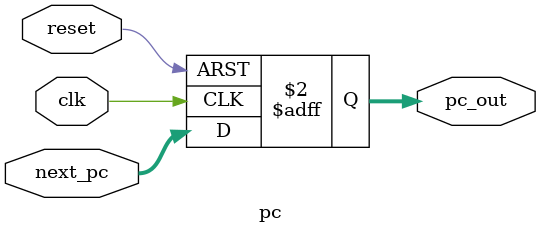
<source format=v>
module pc (
    input  wire        clk,
    input  wire        reset,
    input  wire [31:0] next_pc,     // input from pc_mux
    output reg  [31:0] pc_out       // current PC value
);

    always @(posedge clk or posedge reset) begin
        if (reset)
            pc_out <= 32'b0;         // start from address 0 on reset
        else
            pc_out <= next_pc;       // update PC on each clock
    end

endmodule

</source>
